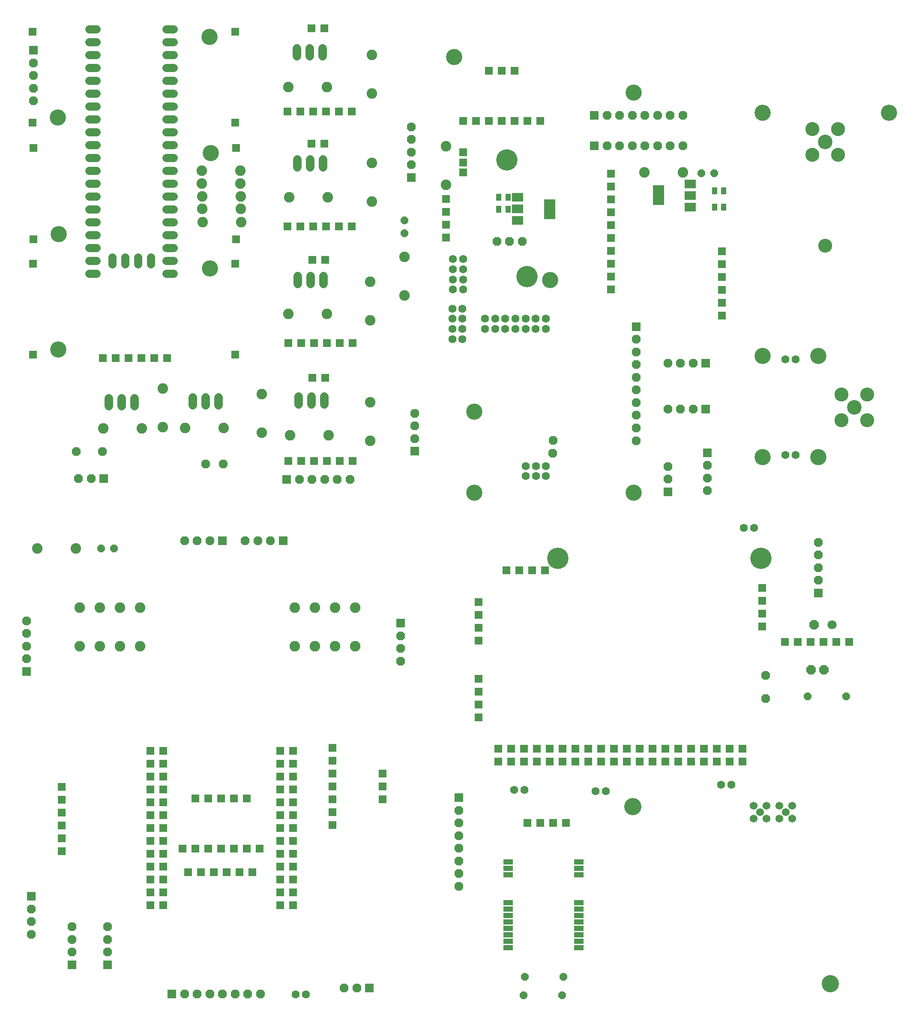
<source format=gbr>
G04 EAGLE Gerber RS-274X export*
G75*
%MOMM*%
%FSLAX34Y34*%
%LPD*%
%INSoldermask Bottom*%
%IPPOS*%
%AMOC8*
5,1,8,0,0,1.08239X$1,22.5*%
G01*
%ADD10C,3.403200*%
%ADD11C,4.203200*%
%ADD12C,3.203200*%
%ADD13R,1.727200X1.727200*%
%ADD14P,1.869504X8X202.500000*%
%ADD15P,1.869504X8X22.500000*%
%ADD16P,1.869504X8X292.500000*%
%ADD17R,1.503200X1.503200*%
%ADD18R,1.603200X1.603200*%
%ADD19P,1.640903X8X22.500000*%
%ADD20C,2.082800*%
%ADD21P,1.869504X8X112.500000*%
%ADD22C,1.603200*%
%ADD23P,1.640903X8X202.500000*%
%ADD24C,1.543200*%
%ADD25R,1.879600X1.016000*%
%ADD26P,1.951982X8X202.500000*%
%ADD27C,1.803400*%
%ADD28P,1.951982X8X22.500000*%
%ADD29P,1.640903X8X112.500000*%
%ADD30C,1.727200*%
%ADD31C,1.603200*%
%ADD32R,1.003200X1.403200*%
%ADD33R,2.209800X1.701800*%
%ADD34R,2.209800X4.013200*%
%ADD35C,2.870200*%
%ADD36C,2.755900*%
%ADD37C,2.743200*%


D10*
X1248400Y420000D03*
X1638400Y70000D03*
D11*
X1100200Y910100D03*
X1501800Y910100D03*
D12*
X895000Y1900000D03*
X1085000Y1460000D03*
X935000Y1040000D03*
X935000Y1200000D03*
X1250000Y1040000D03*
X1250000Y1830000D03*
X1505000Y1310000D03*
X1615000Y1310000D03*
X1505000Y1110000D03*
X1615000Y1110000D03*
X1755000Y1790000D03*
X1505000Y1790000D03*
D13*
X50500Y686600D03*
D14*
X50500Y711600D03*
X50500Y736600D03*
X50500Y761600D03*
X50500Y786600D03*
D13*
X59500Y242900D03*
D15*
X59500Y217900D03*
X59500Y192900D03*
X59500Y167900D03*
D13*
X789500Y782200D03*
D15*
X789500Y757200D03*
X789500Y732200D03*
X789500Y707200D03*
D13*
X727800Y61600D03*
D16*
X702800Y61600D03*
X677800Y61600D03*
D17*
X496300Y290200D03*
X369300Y290200D03*
X420100Y290200D03*
X445500Y290200D03*
X470900Y290200D03*
X394700Y290200D03*
D18*
X485200Y337100D03*
X383600Y337100D03*
X459800Y337100D03*
X434400Y436100D03*
X459800Y436100D03*
X485200Y436100D03*
X358200Y337100D03*
X434400Y337100D03*
X409000Y436100D03*
X409000Y337100D03*
X383600Y436100D03*
X510600Y337100D03*
X119900Y408200D03*
X119900Y382800D03*
X119900Y357400D03*
X119900Y332000D03*
X119900Y433600D03*
X119900Y459000D03*
D19*
X197300Y930000D03*
X222700Y930000D03*
D20*
X71900Y930000D03*
X148100Y930000D03*
D18*
X655000Y510800D03*
X655000Y409200D03*
X655000Y485400D03*
X754000Y460000D03*
X754000Y485400D03*
X655000Y383800D03*
X655000Y460000D03*
X754000Y434600D03*
X655000Y434600D03*
X655000Y536200D03*
D13*
X337500Y50000D03*
D21*
X362500Y50000D03*
X387500Y50000D03*
X412500Y50000D03*
X437500Y50000D03*
X462500Y50000D03*
X487500Y50000D03*
X512500Y50000D03*
D20*
X275000Y736900D03*
X275000Y813100D03*
X235000Y736900D03*
X235000Y813100D03*
X195000Y813100D03*
X195000Y736900D03*
X155000Y736900D03*
X155000Y813100D03*
D13*
X437500Y945000D03*
D16*
X412500Y945000D03*
X387500Y945000D03*
X362500Y945000D03*
D13*
X557500Y945000D03*
D16*
X532500Y945000D03*
X507500Y945000D03*
X482500Y945000D03*
D13*
X210000Y107500D03*
D14*
X210000Y132500D03*
X210000Y157500D03*
X210000Y182500D03*
D13*
X140000Y107500D03*
D14*
X140000Y132500D03*
X140000Y157500D03*
X140000Y182500D03*
D20*
X580000Y813100D03*
X580000Y736900D03*
X620000Y736900D03*
X620000Y813100D03*
X660000Y736900D03*
X660000Y813100D03*
X700000Y813100D03*
X700000Y736900D03*
D18*
X320100Y479000D03*
X551900Y275700D03*
X551900Y504300D03*
X551900Y250300D03*
X551900Y529700D03*
X577300Y275700D03*
X294700Y479000D03*
X320100Y225000D03*
X577300Y250300D03*
X577300Y301100D03*
X551900Y301100D03*
X577300Y326500D03*
X551900Y351900D03*
X294700Y326600D03*
X294700Y377400D03*
X294700Y275800D03*
X294700Y529800D03*
X294700Y504400D03*
X320100Y453600D03*
X320100Y529800D03*
X320100Y504400D03*
X320100Y275800D03*
X294700Y225000D03*
X294700Y402800D03*
X320100Y377400D03*
X320100Y352000D03*
X294700Y352000D03*
X320100Y326600D03*
X577300Y377300D03*
X551900Y402700D03*
X551900Y428100D03*
X577300Y402700D03*
X577300Y428100D03*
X551900Y453500D03*
X320100Y301200D03*
X294700Y301200D03*
X577300Y224900D03*
X551900Y326500D03*
X577300Y351900D03*
X551900Y377300D03*
X577300Y453500D03*
X551900Y478900D03*
X577300Y478900D03*
X577300Y504300D03*
X294700Y453600D03*
X320100Y428200D03*
X294700Y428200D03*
X294700Y250400D03*
X320100Y402800D03*
X320100Y250400D03*
X551900Y224900D03*
X577300Y529700D03*
D22*
X602000Y49000D03*
X582000Y49000D03*
D23*
X1670000Y637300D03*
X1593800Y637300D03*
D24*
X1550300Y409100D03*
X1563000Y421800D03*
X1537600Y421800D03*
X1563000Y396400D03*
X1537600Y396400D03*
X1499800Y409100D03*
X1512500Y421800D03*
X1487100Y421800D03*
X1512500Y396400D03*
X1487100Y396400D03*
D14*
X1510900Y679400D03*
X1510700Y633400D03*
D13*
X1615200Y841800D03*
D14*
X1615200Y866800D03*
X1615200Y891800D03*
X1615200Y916800D03*
X1615200Y941800D03*
D18*
X1090600Y387500D03*
X1065200Y387500D03*
X1039800Y387500D03*
X1116000Y387500D03*
D25*
X1141500Y311000D03*
X1141500Y298300D03*
X1141500Y285600D03*
X1141500Y229900D03*
X1141500Y217200D03*
X1141500Y204500D03*
X1141500Y191800D03*
X1141500Y179100D03*
X1141500Y166400D03*
X1141500Y153700D03*
X1141500Y141000D03*
X1001800Y141000D03*
X1001800Y153700D03*
X1001800Y166400D03*
X1001800Y179100D03*
X1001800Y191800D03*
X1001800Y204500D03*
X1001800Y217200D03*
X1001800Y229900D03*
X1001800Y285600D03*
X1001800Y298300D03*
X1001800Y311000D03*
D18*
X1465300Y509000D03*
X944000Y621700D03*
X982700Y534400D03*
X1504000Y851300D03*
X1024400Y886300D03*
X1504000Y800500D03*
X982700Y509000D03*
X1465300Y534400D03*
X999000Y886300D03*
X944000Y596300D03*
X1439900Y509000D03*
X944000Y647100D03*
X944000Y672500D03*
X944000Y823700D03*
X944000Y798300D03*
X944000Y772900D03*
X944000Y747500D03*
X1262100Y509000D03*
X1084300Y509000D03*
X1084300Y534400D03*
X1058900Y509000D03*
X1058900Y534400D03*
X1033500Y509000D03*
X1033500Y534400D03*
X1008100Y509000D03*
X1008100Y534400D03*
X1389100Y534400D03*
X1389100Y509000D03*
X1414500Y534400D03*
X1414500Y509000D03*
X1049800Y886300D03*
X1075200Y886300D03*
X1439900Y534400D03*
X1363700Y509000D03*
X1236700Y534400D03*
X1236700Y509000D03*
X1262100Y534400D03*
X1185900Y509000D03*
X1211300Y534400D03*
X1135100Y509000D03*
X1135100Y534400D03*
X1109700Y534400D03*
X1338300Y534400D03*
X1338300Y509000D03*
X1363700Y534400D03*
X1109700Y509000D03*
X1160500Y534400D03*
X1160500Y509000D03*
X1185900Y534400D03*
X1211300Y509000D03*
X1287500Y534400D03*
X1287500Y509000D03*
X1312900Y534400D03*
X1312900Y509000D03*
X1504000Y775100D03*
X1504000Y825900D03*
X1625000Y745000D03*
X1599600Y745000D03*
X1574200Y745000D03*
X1548800Y745000D03*
X1650400Y745000D03*
X1675800Y745000D03*
D23*
X1109100Y47000D03*
X1032900Y47000D03*
D26*
X1606220Y779000D03*
D27*
X1641780Y779000D03*
D22*
X1014000Y453000D03*
X1034000Y453000D03*
X1443000Y463000D03*
X1423000Y463000D03*
D28*
X1600300Y690000D03*
X1625700Y690000D03*
D22*
X1175000Y450000D03*
X1195000Y450000D03*
D19*
X1034900Y84000D03*
X1111100Y84000D03*
D22*
X1468000Y970000D03*
X1488000Y970000D03*
D13*
X905000Y437500D03*
D15*
X905000Y412500D03*
X905000Y387500D03*
X905000Y362500D03*
X905000Y337500D03*
X905000Y312500D03*
X905000Y287500D03*
X905000Y262500D03*
D14*
X148300Y1121200D03*
X200100Y1121200D03*
D13*
X817300Y1121500D03*
D14*
X817300Y1146500D03*
X817300Y1171500D03*
X817300Y1196500D03*
D15*
X404600Y1096200D03*
X439300Y1096200D03*
D29*
X797400Y1552000D03*
X797400Y1577400D03*
D30*
X638900Y1228920D02*
X638900Y1213680D01*
X613500Y1213680D02*
X613500Y1228920D01*
X588100Y1228920D02*
X588100Y1213680D01*
X430100Y1211980D02*
X430100Y1227220D01*
X404700Y1227220D02*
X404700Y1211980D01*
X379300Y1211980D02*
X379300Y1227220D01*
X263900Y1226220D02*
X263900Y1210980D01*
X238500Y1210980D02*
X238500Y1226220D01*
X213100Y1226220D02*
X213100Y1210980D01*
X637200Y1451980D02*
X637200Y1467220D01*
X611800Y1467220D02*
X611800Y1451980D01*
X586400Y1451980D02*
X586400Y1467220D01*
X636500Y1681980D02*
X636500Y1697220D01*
X611100Y1697220D02*
X611100Y1681980D01*
X585700Y1681980D02*
X585700Y1697220D01*
X635800Y1901980D02*
X635800Y1917220D01*
X610400Y1917220D02*
X610400Y1901980D01*
X585000Y1901980D02*
X585000Y1917220D01*
D20*
X363900Y1167800D03*
X440100Y1167800D03*
X201900Y1166900D03*
X278100Y1166900D03*
X319900Y1245700D03*
X319900Y1169500D03*
X567700Y1840900D03*
X643900Y1840900D03*
X732900Y1903900D03*
X732900Y1827700D03*
X398500Y1573900D03*
X474700Y1573900D03*
X397900Y1599900D03*
X474100Y1599900D03*
X397300Y1624900D03*
X473500Y1624900D03*
X396700Y1649900D03*
X472900Y1649900D03*
X397100Y1675900D03*
X473300Y1675900D03*
X514800Y1234700D03*
X514800Y1158500D03*
X570700Y1152800D03*
X646900Y1152800D03*
X729800Y1217900D03*
X729800Y1141700D03*
X567500Y1392800D03*
X643700Y1392800D03*
X729800Y1456100D03*
X729800Y1379900D03*
X569300Y1622800D03*
X645500Y1622800D03*
X732900Y1690900D03*
X732900Y1614700D03*
X797100Y1429500D03*
X797100Y1505700D03*
D13*
X64300Y1913200D03*
D15*
X64300Y1888200D03*
X64300Y1863200D03*
X64300Y1838200D03*
X64300Y1813200D03*
D13*
X810700Y1662100D03*
D14*
X810700Y1687100D03*
X810700Y1712100D03*
X810700Y1737100D03*
X810700Y1762100D03*
D31*
X340700Y1904200D02*
X326700Y1904200D01*
X188300Y1472400D02*
X174300Y1472400D01*
X219400Y1490800D02*
X219400Y1504800D01*
X188300Y1523200D02*
X174300Y1523200D01*
X326700Y1574000D02*
X340700Y1574000D01*
X340700Y1599400D02*
X326700Y1599400D01*
X326700Y1624800D02*
X340700Y1624800D01*
X340700Y1650200D02*
X326700Y1650200D01*
X326700Y1675600D02*
X340700Y1675600D01*
X340700Y1701000D02*
X326700Y1701000D01*
X326700Y1726400D02*
X340700Y1726400D01*
X340700Y1751800D02*
X326700Y1751800D01*
X188300Y1853400D02*
X174300Y1853400D01*
X174300Y1828000D02*
X188300Y1828000D01*
X188300Y1802600D02*
X174300Y1802600D01*
X174300Y1777200D02*
X188300Y1777200D01*
X188300Y1751800D02*
X174300Y1751800D01*
X174300Y1726400D02*
X188300Y1726400D01*
X326700Y1777200D02*
X340700Y1777200D01*
X340700Y1802600D02*
X326700Y1802600D01*
X188300Y1701000D02*
X174300Y1701000D01*
X174300Y1675600D02*
X188300Y1675600D01*
X188300Y1650200D02*
X174300Y1650200D01*
X174300Y1624800D02*
X188300Y1624800D01*
X188300Y1599400D02*
X174300Y1599400D01*
X174300Y1574000D02*
X188300Y1574000D01*
X188300Y1548600D02*
X174300Y1548600D01*
X326700Y1828000D02*
X340700Y1828000D01*
X340700Y1853400D02*
X326700Y1853400D01*
X188300Y1955000D02*
X174300Y1955000D01*
X174300Y1929600D02*
X188300Y1929600D01*
X188300Y1904200D02*
X174300Y1904200D01*
X174300Y1878800D02*
X188300Y1878800D01*
X326700Y1497800D02*
X340700Y1497800D01*
X340700Y1523200D02*
X326700Y1523200D01*
X326700Y1548600D02*
X340700Y1548600D01*
X340700Y1955000D02*
X326700Y1955000D01*
X326700Y1929600D02*
X340700Y1929600D01*
X188300Y1497800D02*
X174300Y1497800D01*
X295600Y1490800D02*
X295600Y1504800D01*
X326700Y1878800D02*
X340700Y1878800D01*
X270200Y1504800D02*
X270200Y1490800D01*
X244800Y1490800D02*
X244800Y1504800D01*
X326700Y1472400D02*
X340700Y1472400D01*
D18*
X667500Y1792300D03*
X642100Y1792300D03*
X616700Y1792300D03*
X692900Y1792300D03*
X565900Y1792300D03*
X613300Y1956300D03*
X591300Y1792300D03*
X638700Y1956300D03*
X668900Y1102300D03*
X643500Y1102300D03*
X618100Y1102300D03*
X694300Y1102300D03*
X567300Y1102300D03*
X614700Y1266300D03*
X592700Y1102300D03*
X640100Y1266300D03*
D17*
X63000Y1312200D03*
X63000Y1492200D03*
X463000Y1312200D03*
X463000Y1492200D03*
D12*
X113000Y1322200D03*
X413000Y1482200D03*
D17*
X64100Y1540100D03*
X64100Y1720100D03*
X464100Y1540100D03*
X464100Y1720100D03*
D12*
X114100Y1550100D03*
X414100Y1710100D03*
D18*
X252100Y1305700D03*
X277500Y1305700D03*
X302900Y1305700D03*
X328300Y1305700D03*
X226700Y1305700D03*
X201300Y1305700D03*
D17*
X62300Y1770100D03*
X62300Y1950100D03*
X462300Y1770100D03*
X462300Y1950100D03*
D12*
X112300Y1780100D03*
X412300Y1940100D03*
D18*
X667500Y1565200D03*
X642100Y1565200D03*
X616700Y1565200D03*
X692900Y1565200D03*
X565900Y1565200D03*
X613300Y1729200D03*
X591300Y1565200D03*
X638700Y1729200D03*
X668900Y1335200D03*
X643500Y1335200D03*
X618100Y1335200D03*
X694300Y1335200D03*
X567300Y1335200D03*
X614700Y1499200D03*
X592700Y1335200D03*
X640100Y1499200D03*
D13*
X564500Y1066000D03*
D21*
X589500Y1066000D03*
X614500Y1066000D03*
X639500Y1066000D03*
X664500Y1066000D03*
X689500Y1066000D03*
D13*
X203000Y1068000D03*
D16*
X178000Y1068000D03*
X153000Y1068000D03*
D32*
X1001700Y1599700D03*
X983700Y1599700D03*
X1001800Y1622700D03*
X983800Y1622700D03*
D33*
X1021004Y1577094D03*
X1021004Y1599954D03*
X1021004Y1622814D03*
D34*
X1083996Y1599700D03*
D16*
X1090000Y1117400D03*
X1091000Y1143200D03*
X980000Y1536000D03*
X1005000Y1535800D03*
X1030000Y1535600D03*
D17*
X879400Y1594100D03*
X879400Y1619500D03*
X879400Y1543300D03*
X879400Y1568700D03*
D11*
X1039400Y1466400D03*
X999400Y1696400D03*
D17*
X912800Y1672000D03*
X912800Y1692000D03*
X912800Y1712000D03*
D22*
X956400Y1363200D03*
X956400Y1383200D03*
X976400Y1363200D03*
X976400Y1383200D03*
X996400Y1363200D03*
X996400Y1383200D03*
X1016400Y1363200D03*
X1016400Y1383200D03*
X1036400Y1363200D03*
X1036400Y1383200D03*
X1056400Y1363200D03*
X1056400Y1383200D03*
X1076400Y1363200D03*
X1076400Y1383200D03*
X892800Y1500800D03*
X912800Y1500800D03*
X892800Y1480800D03*
X912800Y1480800D03*
X892800Y1460800D03*
X912800Y1460800D03*
X892800Y1440800D03*
X912800Y1440800D03*
X891600Y1403000D03*
X911600Y1403000D03*
X891600Y1383000D03*
X911600Y1383000D03*
X891600Y1363000D03*
X911600Y1363000D03*
X891600Y1343000D03*
X911600Y1343000D03*
X1036800Y1072400D03*
X1036800Y1092400D03*
X1056800Y1072400D03*
X1056800Y1092400D03*
X1076800Y1072400D03*
X1076800Y1092400D03*
D18*
X938200Y1774000D03*
X1039800Y1774000D03*
X963600Y1774000D03*
X989000Y1873000D03*
X963600Y1873000D03*
X1065200Y1774000D03*
X989000Y1774000D03*
X1014400Y1873000D03*
X1014400Y1774000D03*
X912800Y1774000D03*
D20*
X879000Y1647900D03*
X879000Y1724100D03*
D33*
X1362196Y1649606D03*
X1362196Y1626746D03*
X1362196Y1603886D03*
D34*
X1299204Y1627000D03*
D13*
X1395900Y1118500D03*
D15*
X1395900Y1093500D03*
X1395900Y1068500D03*
X1395900Y1043500D03*
D18*
X1424300Y1440100D03*
X1424300Y1465500D03*
X1424300Y1490900D03*
X1424300Y1516300D03*
X1424300Y1414700D03*
X1424300Y1389300D03*
D32*
X1409900Y1635400D03*
X1427900Y1635400D03*
X1409900Y1603500D03*
X1427900Y1603500D03*
D19*
X1383900Y1670700D03*
X1409300Y1670700D03*
D20*
X1271200Y1672200D03*
X1347400Y1672200D03*
D13*
X1317500Y1041500D03*
D14*
X1317500Y1066500D03*
X1317500Y1091500D03*
D13*
X1255000Y1367500D03*
D15*
X1255000Y1342500D03*
X1255000Y1317500D03*
X1255000Y1292500D03*
X1255000Y1267500D03*
X1255000Y1242500D03*
X1255000Y1217500D03*
X1255000Y1192500D03*
X1255000Y1167500D03*
X1255000Y1142500D03*
D13*
X1392500Y1205000D03*
D16*
X1367500Y1205000D03*
X1342500Y1205000D03*
X1317500Y1205000D03*
D13*
X1392500Y1295000D03*
D16*
X1367500Y1295000D03*
X1342500Y1295000D03*
X1317500Y1295000D03*
D13*
X1172500Y1785000D03*
D21*
X1197500Y1785000D03*
X1222500Y1785000D03*
X1247500Y1785000D03*
X1272500Y1785000D03*
X1297500Y1785000D03*
X1322500Y1785000D03*
X1347500Y1785000D03*
D13*
X1172500Y1725000D03*
D21*
X1197500Y1725000D03*
X1222500Y1725000D03*
X1247500Y1725000D03*
X1272500Y1725000D03*
X1297500Y1725000D03*
X1322500Y1725000D03*
X1347500Y1725000D03*
D18*
X1205000Y1567700D03*
X1205000Y1542300D03*
X1205000Y1516900D03*
X1205000Y1491500D03*
X1205000Y1466100D03*
X1205000Y1440700D03*
X1205000Y1593100D03*
X1205000Y1618500D03*
X1205000Y1643900D03*
X1205000Y1669300D03*
D35*
X1686000Y1208500D03*
D36*
X1660600Y1233900D03*
X1711400Y1233900D03*
X1711400Y1183100D03*
X1660600Y1183100D03*
D22*
X1569900Y1114500D03*
X1549900Y1114500D03*
X1569900Y1303300D03*
X1549900Y1303300D03*
D37*
X1629000Y1527600D03*
D35*
X1629000Y1732100D03*
D36*
X1603600Y1706700D03*
X1603600Y1757500D03*
X1654400Y1757500D03*
X1654400Y1706700D03*
M02*

</source>
